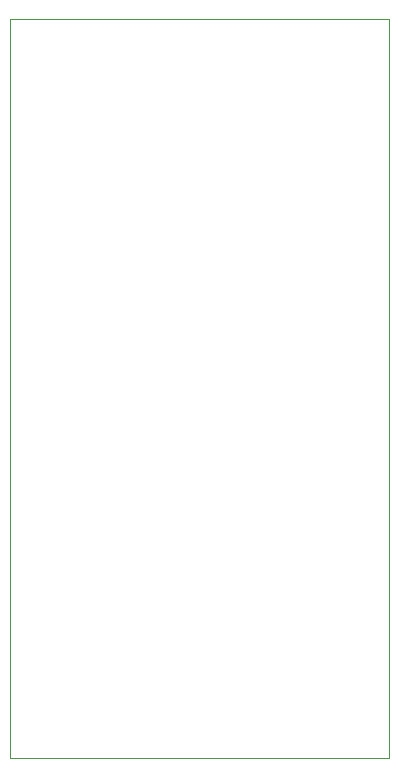
<source format=gm1>
G04 #@! TF.GenerationSoftware,KiCad,Pcbnew,(5.1.0)-1*
<<<<<<< HEAD
G04 #@! TF.CreationDate,2019-06-24T23:47:51-04:00*
=======
G04 #@! TF.CreationDate,2019-06-17T15:19:32-04:00*
>>>>>>> c81aab9f46036ea00f0f587d8c2147020808239d
G04 #@! TF.ProjectId,SCART to VGA,53434152-5420-4746-9f20-5647412e6b69,rev?*
G04 #@! TF.SameCoordinates,Original*
G04 #@! TF.FileFunction,Profile,NP*
%FSLAX46Y46*%
G04 Gerber Fmt 4.6, Leading zero omitted, Abs format (unit mm)*
<<<<<<< HEAD
G04 Created by KiCad (PCBNEW (5.1.0)-1) date 2019-06-24 23:47:51*
=======
G04 Created by KiCad (PCBNEW (5.1.0)-1) date 2019-06-17 15:19:32*
>>>>>>> c81aab9f46036ea00f0f587d8c2147020808239d
%MOMM*%
%LPD*%
G04 APERTURE LIST*
%ADD10C,0.050000*%
G04 APERTURE END LIST*
D10*
X105854500Y-74930000D02*
X105854500Y-137541000D01*
X73787000Y-137541000D02*
X105854500Y-137541000D01*
X73787000Y-76200000D02*
X73787000Y-74930000D01*
X105854500Y-74930000D02*
X73787000Y-74930000D01*
X73787000Y-76200000D02*
X73787000Y-137541000D01*
M02*

</source>
